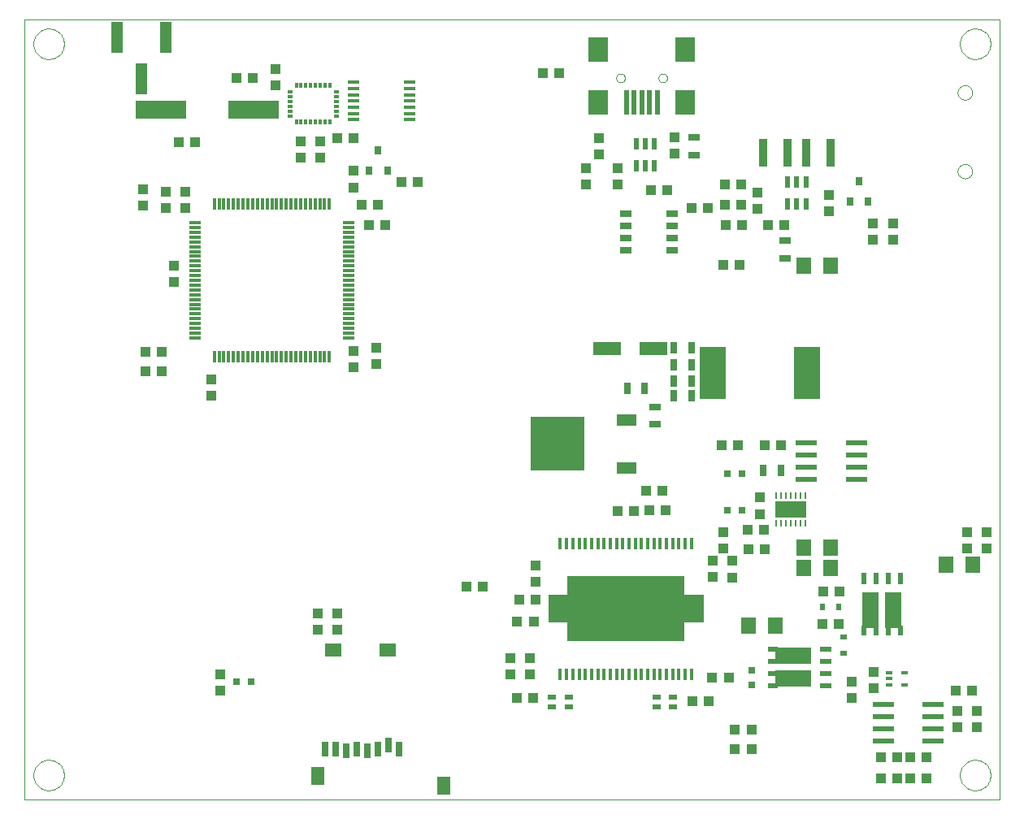
<source format=gtp>
G75*
G70*
%OFA0B0*%
%FSLAX24Y24*%
%IPPOS*%
%LPD*%
%AMOC8*
5,1,8,0,0,1.08239X$1,22.5*
%
%ADD10C,0.0000*%
%ADD11R,0.0472X0.0118*%
%ADD12R,0.0118X0.0472*%
%ADD13R,0.0470X0.1300*%
%ADD14R,0.0118X0.0512*%
%ADD15R,0.4803X0.2697*%
%ADD16R,0.0787X0.1142*%
%ADD17R,0.0433X0.0394*%
%ADD18R,0.0394X0.0433*%
%ADD19R,0.0197X0.0984*%
%ADD20R,0.0787X0.0984*%
%ADD21R,0.0236X0.0472*%
%ADD22R,0.0354X0.1181*%
%ADD23R,0.0472X0.0315*%
%ADD24R,0.0866X0.0236*%
%ADD25R,0.0315X0.0354*%
%ADD26R,0.0315X0.0315*%
%ADD27R,0.0098X0.0276*%
%ADD28R,0.1299X0.0669*%
%ADD29R,0.1102X0.2126*%
%ADD30R,0.0315X0.0472*%
%ADD31R,0.0630X0.0709*%
%ADD32R,0.0295X0.0157*%
%ADD33R,0.0270X0.0130*%
%ADD34R,0.0500X0.0240*%
%ADD35R,0.0400X0.0240*%
%ADD36R,0.1500X0.0650*%
%ADD37R,0.0240X0.0500*%
%ADD38R,0.0240X0.0400*%
%ADD39R,0.0650X0.1500*%
%ADD40R,0.0236X0.0315*%
%ADD41R,0.0315X0.0236*%
%ADD42R,0.0335X0.0197*%
%ADD43R,0.0870X0.0240*%
%ADD44R,0.0709X0.0551*%
%ADD45R,0.0551X0.0748*%
%ADD46R,0.0315X0.0591*%
%ADD47R,0.1181X0.0551*%
%ADD48R,0.0197X0.0118*%
%ADD49R,0.0118X0.0197*%
%ADD50R,0.0500X0.0250*%
%ADD51R,0.0496X0.0142*%
%ADD52R,0.2100X0.0760*%
%ADD53R,0.0787X0.0472*%
%ADD54R,0.2205X0.2205*%
D10*
X000247Y001996D02*
X000247Y033996D01*
X040247Y033996D01*
X040247Y001996D01*
X000247Y001996D01*
X000622Y002996D02*
X000624Y003046D01*
X000630Y003095D01*
X000640Y003144D01*
X000653Y003191D01*
X000671Y003238D01*
X000692Y003283D01*
X000716Y003326D01*
X000744Y003367D01*
X000775Y003406D01*
X000809Y003442D01*
X000846Y003476D01*
X000886Y003506D01*
X000927Y003533D01*
X000971Y003557D01*
X001016Y003577D01*
X001063Y003593D01*
X001111Y003606D01*
X001160Y003615D01*
X001210Y003620D01*
X001259Y003621D01*
X001309Y003618D01*
X001358Y003611D01*
X001407Y003600D01*
X001454Y003586D01*
X001500Y003567D01*
X001545Y003545D01*
X001588Y003520D01*
X001628Y003491D01*
X001666Y003459D01*
X001702Y003425D01*
X001735Y003387D01*
X001764Y003347D01*
X001790Y003305D01*
X001813Y003261D01*
X001832Y003215D01*
X001848Y003168D01*
X001860Y003119D01*
X001868Y003070D01*
X001872Y003021D01*
X001872Y002971D01*
X001868Y002922D01*
X001860Y002873D01*
X001848Y002824D01*
X001832Y002777D01*
X001813Y002731D01*
X001790Y002687D01*
X001764Y002645D01*
X001735Y002605D01*
X001702Y002567D01*
X001666Y002533D01*
X001628Y002501D01*
X001588Y002472D01*
X001545Y002447D01*
X001500Y002425D01*
X001454Y002406D01*
X001407Y002392D01*
X001358Y002381D01*
X001309Y002374D01*
X001259Y002371D01*
X001210Y002372D01*
X001160Y002377D01*
X001111Y002386D01*
X001063Y002399D01*
X001016Y002415D01*
X000971Y002435D01*
X000927Y002459D01*
X000886Y002486D01*
X000846Y002516D01*
X000809Y002550D01*
X000775Y002586D01*
X000744Y002625D01*
X000716Y002666D01*
X000692Y002709D01*
X000671Y002754D01*
X000653Y002801D01*
X000640Y002848D01*
X000630Y002897D01*
X000624Y002946D01*
X000622Y002996D01*
X024524Y031596D02*
X024526Y031622D01*
X024532Y031648D01*
X024542Y031673D01*
X024555Y031696D01*
X024571Y031716D01*
X024591Y031734D01*
X024613Y031749D01*
X024636Y031761D01*
X024662Y031769D01*
X024688Y031773D01*
X024714Y031773D01*
X024740Y031769D01*
X024766Y031761D01*
X024790Y031749D01*
X024811Y031734D01*
X024831Y031716D01*
X024847Y031696D01*
X024860Y031673D01*
X024870Y031648D01*
X024876Y031622D01*
X024878Y031596D01*
X024876Y031570D01*
X024870Y031544D01*
X024860Y031519D01*
X024847Y031496D01*
X024831Y031476D01*
X024811Y031458D01*
X024789Y031443D01*
X024766Y031431D01*
X024740Y031423D01*
X024714Y031419D01*
X024688Y031419D01*
X024662Y031423D01*
X024636Y031431D01*
X024612Y031443D01*
X024591Y031458D01*
X024571Y031476D01*
X024555Y031496D01*
X024542Y031519D01*
X024532Y031544D01*
X024526Y031570D01*
X024524Y031596D01*
X026256Y031596D02*
X026258Y031622D01*
X026264Y031648D01*
X026274Y031673D01*
X026287Y031696D01*
X026303Y031716D01*
X026323Y031734D01*
X026345Y031749D01*
X026368Y031761D01*
X026394Y031769D01*
X026420Y031773D01*
X026446Y031773D01*
X026472Y031769D01*
X026498Y031761D01*
X026522Y031749D01*
X026543Y031734D01*
X026563Y031716D01*
X026579Y031696D01*
X026592Y031673D01*
X026602Y031648D01*
X026608Y031622D01*
X026610Y031596D01*
X026608Y031570D01*
X026602Y031544D01*
X026592Y031519D01*
X026579Y031496D01*
X026563Y031476D01*
X026543Y031458D01*
X026521Y031443D01*
X026498Y031431D01*
X026472Y031423D01*
X026446Y031419D01*
X026420Y031419D01*
X026394Y031423D01*
X026368Y031431D01*
X026344Y031443D01*
X026323Y031458D01*
X026303Y031476D01*
X026287Y031496D01*
X026274Y031519D01*
X026264Y031544D01*
X026258Y031570D01*
X026256Y031596D01*
X038528Y031000D02*
X038530Y031034D01*
X038536Y031068D01*
X038546Y031101D01*
X038559Y031132D01*
X038577Y031162D01*
X038597Y031190D01*
X038621Y031215D01*
X038647Y031237D01*
X038675Y031255D01*
X038706Y031271D01*
X038738Y031283D01*
X038772Y031291D01*
X038806Y031295D01*
X038840Y031295D01*
X038874Y031291D01*
X038908Y031283D01*
X038940Y031271D01*
X038970Y031255D01*
X038999Y031237D01*
X039025Y031215D01*
X039049Y031190D01*
X039069Y031162D01*
X039087Y031132D01*
X039100Y031101D01*
X039110Y031068D01*
X039116Y031034D01*
X039118Y031000D01*
X039116Y030966D01*
X039110Y030932D01*
X039100Y030899D01*
X039087Y030868D01*
X039069Y030838D01*
X039049Y030810D01*
X039025Y030785D01*
X038999Y030763D01*
X038971Y030745D01*
X038940Y030729D01*
X038908Y030717D01*
X038874Y030709D01*
X038840Y030705D01*
X038806Y030705D01*
X038772Y030709D01*
X038738Y030717D01*
X038706Y030729D01*
X038675Y030745D01*
X038647Y030763D01*
X038621Y030785D01*
X038597Y030810D01*
X038577Y030838D01*
X038559Y030868D01*
X038546Y030899D01*
X038536Y030932D01*
X038530Y030966D01*
X038528Y031000D01*
X038622Y032996D02*
X038624Y033046D01*
X038630Y033095D01*
X038640Y033144D01*
X038653Y033191D01*
X038671Y033238D01*
X038692Y033283D01*
X038716Y033326D01*
X038744Y033367D01*
X038775Y033406D01*
X038809Y033442D01*
X038846Y033476D01*
X038886Y033506D01*
X038927Y033533D01*
X038971Y033557D01*
X039016Y033577D01*
X039063Y033593D01*
X039111Y033606D01*
X039160Y033615D01*
X039210Y033620D01*
X039259Y033621D01*
X039309Y033618D01*
X039358Y033611D01*
X039407Y033600D01*
X039454Y033586D01*
X039500Y033567D01*
X039545Y033545D01*
X039588Y033520D01*
X039628Y033491D01*
X039666Y033459D01*
X039702Y033425D01*
X039735Y033387D01*
X039764Y033347D01*
X039790Y033305D01*
X039813Y033261D01*
X039832Y033215D01*
X039848Y033168D01*
X039860Y033119D01*
X039868Y033070D01*
X039872Y033021D01*
X039872Y032971D01*
X039868Y032922D01*
X039860Y032873D01*
X039848Y032824D01*
X039832Y032777D01*
X039813Y032731D01*
X039790Y032687D01*
X039764Y032645D01*
X039735Y032605D01*
X039702Y032567D01*
X039666Y032533D01*
X039628Y032501D01*
X039588Y032472D01*
X039545Y032447D01*
X039500Y032425D01*
X039454Y032406D01*
X039407Y032392D01*
X039358Y032381D01*
X039309Y032374D01*
X039259Y032371D01*
X039210Y032372D01*
X039160Y032377D01*
X039111Y032386D01*
X039063Y032399D01*
X039016Y032415D01*
X038971Y032435D01*
X038927Y032459D01*
X038886Y032486D01*
X038846Y032516D01*
X038809Y032550D01*
X038775Y032586D01*
X038744Y032625D01*
X038716Y032666D01*
X038692Y032709D01*
X038671Y032754D01*
X038653Y032801D01*
X038640Y032848D01*
X038630Y032897D01*
X038624Y032946D01*
X038622Y032996D01*
X038528Y027771D02*
X038530Y027805D01*
X038536Y027839D01*
X038546Y027872D01*
X038559Y027903D01*
X038577Y027933D01*
X038597Y027961D01*
X038621Y027986D01*
X038647Y028008D01*
X038675Y028026D01*
X038706Y028042D01*
X038738Y028054D01*
X038772Y028062D01*
X038806Y028066D01*
X038840Y028066D01*
X038874Y028062D01*
X038908Y028054D01*
X038940Y028042D01*
X038970Y028026D01*
X038999Y028008D01*
X039025Y027986D01*
X039049Y027961D01*
X039069Y027933D01*
X039087Y027903D01*
X039100Y027872D01*
X039110Y027839D01*
X039116Y027805D01*
X039118Y027771D01*
X039116Y027737D01*
X039110Y027703D01*
X039100Y027670D01*
X039087Y027639D01*
X039069Y027609D01*
X039049Y027581D01*
X039025Y027556D01*
X038999Y027534D01*
X038971Y027516D01*
X038940Y027500D01*
X038908Y027488D01*
X038874Y027480D01*
X038840Y027476D01*
X038806Y027476D01*
X038772Y027480D01*
X038738Y027488D01*
X038706Y027500D01*
X038675Y027516D01*
X038647Y027534D01*
X038621Y027556D01*
X038597Y027581D01*
X038577Y027609D01*
X038559Y027639D01*
X038546Y027670D01*
X038536Y027703D01*
X038530Y027737D01*
X038528Y027771D01*
X038622Y002996D02*
X038624Y003046D01*
X038630Y003095D01*
X038640Y003144D01*
X038653Y003191D01*
X038671Y003238D01*
X038692Y003283D01*
X038716Y003326D01*
X038744Y003367D01*
X038775Y003406D01*
X038809Y003442D01*
X038846Y003476D01*
X038886Y003506D01*
X038927Y003533D01*
X038971Y003557D01*
X039016Y003577D01*
X039063Y003593D01*
X039111Y003606D01*
X039160Y003615D01*
X039210Y003620D01*
X039259Y003621D01*
X039309Y003618D01*
X039358Y003611D01*
X039407Y003600D01*
X039454Y003586D01*
X039500Y003567D01*
X039545Y003545D01*
X039588Y003520D01*
X039628Y003491D01*
X039666Y003459D01*
X039702Y003425D01*
X039735Y003387D01*
X039764Y003347D01*
X039790Y003305D01*
X039813Y003261D01*
X039832Y003215D01*
X039848Y003168D01*
X039860Y003119D01*
X039868Y003070D01*
X039872Y003021D01*
X039872Y002971D01*
X039868Y002922D01*
X039860Y002873D01*
X039848Y002824D01*
X039832Y002777D01*
X039813Y002731D01*
X039790Y002687D01*
X039764Y002645D01*
X039735Y002605D01*
X039702Y002567D01*
X039666Y002533D01*
X039628Y002501D01*
X039588Y002472D01*
X039545Y002447D01*
X039500Y002425D01*
X039454Y002406D01*
X039407Y002392D01*
X039358Y002381D01*
X039309Y002374D01*
X039259Y002371D01*
X039210Y002372D01*
X039160Y002377D01*
X039111Y002386D01*
X039063Y002399D01*
X039016Y002415D01*
X038971Y002435D01*
X038927Y002459D01*
X038886Y002486D01*
X038846Y002516D01*
X038809Y002550D01*
X038775Y002586D01*
X038744Y002625D01*
X038716Y002666D01*
X038692Y002709D01*
X038671Y002754D01*
X038653Y002801D01*
X038640Y002848D01*
X038630Y002897D01*
X038624Y002946D01*
X038622Y002996D01*
X000622Y032996D02*
X000624Y033046D01*
X000630Y033095D01*
X000640Y033144D01*
X000653Y033191D01*
X000671Y033238D01*
X000692Y033283D01*
X000716Y033326D01*
X000744Y033367D01*
X000775Y033406D01*
X000809Y033442D01*
X000846Y033476D01*
X000886Y033506D01*
X000927Y033533D01*
X000971Y033557D01*
X001016Y033577D01*
X001063Y033593D01*
X001111Y033606D01*
X001160Y033615D01*
X001210Y033620D01*
X001259Y033621D01*
X001309Y033618D01*
X001358Y033611D01*
X001407Y033600D01*
X001454Y033586D01*
X001500Y033567D01*
X001545Y033545D01*
X001588Y033520D01*
X001628Y033491D01*
X001666Y033459D01*
X001702Y033425D01*
X001735Y033387D01*
X001764Y033347D01*
X001790Y033305D01*
X001813Y033261D01*
X001832Y033215D01*
X001848Y033168D01*
X001860Y033119D01*
X001868Y033070D01*
X001872Y033021D01*
X001872Y032971D01*
X001868Y032922D01*
X001860Y032873D01*
X001848Y032824D01*
X001832Y032777D01*
X001813Y032731D01*
X001790Y032687D01*
X001764Y032645D01*
X001735Y032605D01*
X001702Y032567D01*
X001666Y032533D01*
X001628Y032501D01*
X001588Y032472D01*
X001545Y032447D01*
X001500Y032425D01*
X001454Y032406D01*
X001407Y032392D01*
X001358Y032381D01*
X001309Y032374D01*
X001259Y032371D01*
X001210Y032372D01*
X001160Y032377D01*
X001111Y032386D01*
X001063Y032399D01*
X001016Y032415D01*
X000971Y032435D01*
X000927Y032459D01*
X000886Y032486D01*
X000846Y032516D01*
X000809Y032550D01*
X000775Y032586D01*
X000744Y032625D01*
X000716Y032666D01*
X000692Y032709D01*
X000671Y032754D01*
X000653Y032801D01*
X000640Y032848D01*
X000630Y032897D01*
X000624Y032946D01*
X000622Y032996D01*
D11*
X007247Y025658D03*
X007247Y025461D03*
X007247Y025264D03*
X007247Y025067D03*
X007247Y024870D03*
X007247Y024674D03*
X007247Y024477D03*
X007247Y024280D03*
X007247Y024083D03*
X007247Y023886D03*
X007247Y023689D03*
X007247Y023492D03*
X007247Y023296D03*
X007247Y023099D03*
X007247Y022902D03*
X007247Y022705D03*
X007247Y022508D03*
X007247Y022311D03*
X007247Y022115D03*
X007247Y021918D03*
X007247Y021721D03*
X007247Y021524D03*
X007247Y021327D03*
X007247Y021130D03*
X007247Y020933D03*
X013547Y020933D03*
X013547Y021130D03*
X013547Y021327D03*
X013547Y021524D03*
X013547Y021721D03*
X013547Y021918D03*
X013547Y022115D03*
X013547Y022311D03*
X013547Y022508D03*
X013547Y022705D03*
X013547Y022902D03*
X013547Y023099D03*
X013547Y023296D03*
X013547Y023492D03*
X013547Y023689D03*
X013547Y023886D03*
X013547Y024083D03*
X013547Y024280D03*
X013547Y024477D03*
X013547Y024674D03*
X013547Y024870D03*
X013547Y025067D03*
X013547Y025264D03*
X013547Y025461D03*
X013547Y025658D03*
D12*
X012759Y026445D03*
X012562Y026445D03*
X012366Y026445D03*
X012169Y026445D03*
X011972Y026445D03*
X011775Y026445D03*
X011578Y026445D03*
X011381Y026445D03*
X011184Y026445D03*
X010988Y026445D03*
X010791Y026445D03*
X010594Y026445D03*
X010397Y026445D03*
X010200Y026445D03*
X010003Y026445D03*
X009806Y026445D03*
X009610Y026445D03*
X009413Y026445D03*
X009216Y026445D03*
X009019Y026445D03*
X008822Y026445D03*
X008625Y026445D03*
X008428Y026445D03*
X008232Y026445D03*
X008035Y026445D03*
X008035Y020146D03*
X008232Y020146D03*
X008428Y020146D03*
X008625Y020146D03*
X008822Y020146D03*
X009019Y020146D03*
X009216Y020146D03*
X009413Y020146D03*
X009610Y020146D03*
X009806Y020146D03*
X010003Y020146D03*
X010200Y020146D03*
X010397Y020146D03*
X010594Y020146D03*
X010791Y020146D03*
X010988Y020146D03*
X011184Y020146D03*
X011381Y020146D03*
X011578Y020146D03*
X011775Y020146D03*
X011972Y020146D03*
X012169Y020146D03*
X012366Y020146D03*
X012562Y020146D03*
X012759Y020146D03*
D13*
X005058Y031546D03*
X004058Y033246D03*
X006058Y033246D03*
D14*
X022230Y012493D03*
X022486Y012493D03*
X022742Y012493D03*
X022998Y012493D03*
X023254Y012493D03*
X023510Y012493D03*
X023766Y012493D03*
X024021Y012493D03*
X024277Y012493D03*
X024533Y012493D03*
X024789Y012493D03*
X025045Y012493D03*
X025301Y012493D03*
X025557Y012493D03*
X025813Y012493D03*
X026069Y012493D03*
X026325Y012493D03*
X026581Y012493D03*
X026836Y012493D03*
X027092Y012493D03*
X027348Y012493D03*
X027604Y012493D03*
X027604Y007119D03*
X027348Y007119D03*
X027092Y007119D03*
X026836Y007119D03*
X026581Y007119D03*
X026325Y007119D03*
X026069Y007119D03*
X025813Y007119D03*
X025557Y007119D03*
X025301Y007119D03*
X025045Y007119D03*
X024789Y007119D03*
X024533Y007119D03*
X024277Y007119D03*
X024021Y007119D03*
X023766Y007119D03*
X023510Y007119D03*
X023254Y007119D03*
X022998Y007119D03*
X022742Y007119D03*
X022486Y007119D03*
X022230Y007119D03*
D15*
X024927Y009816D03*
D16*
X022132Y009816D03*
X027722Y009816D03*
D17*
X029948Y012247D03*
X030618Y012247D03*
X030579Y013046D03*
X029909Y013046D03*
X026563Y013851D03*
X025893Y013851D03*
X025244Y013842D03*
X024574Y013842D03*
X025755Y014650D03*
X026425Y014650D03*
X028839Y016545D03*
X029509Y016545D03*
X030622Y016516D03*
X031292Y016516D03*
X033012Y010536D03*
X033682Y010536D03*
X033642Y009206D03*
X032972Y009206D03*
X029132Y006986D03*
X028462Y006986D03*
X028302Y006036D03*
X027632Y006036D03*
X029396Y004868D03*
X030066Y004868D03*
X030064Y004052D03*
X029394Y004052D03*
X035384Y003734D03*
X036054Y003734D03*
X036572Y003736D03*
X037242Y003736D03*
X037242Y002856D03*
X036572Y002856D03*
X036054Y002855D03*
X035384Y002855D03*
X038452Y006476D03*
X039122Y006476D03*
X021102Y006146D03*
X020432Y006146D03*
X020462Y009286D03*
X021132Y009286D03*
X021212Y010186D03*
X020542Y010186D03*
X019061Y010734D03*
X018391Y010734D03*
X005896Y019572D03*
X005226Y019572D03*
X005225Y020374D03*
X005895Y020374D03*
X014068Y026389D03*
X014738Y026389D03*
X015712Y027336D03*
X016382Y027336D03*
X015063Y025547D03*
X014393Y025547D03*
X013751Y029129D03*
X013081Y029129D03*
X009626Y031588D03*
X008956Y031588D03*
X007261Y028956D03*
X006591Y028956D03*
X021520Y031802D03*
X022190Y031802D03*
X025932Y027000D03*
X026602Y027000D03*
X027608Y026257D03*
X028278Y026257D03*
X028992Y026396D03*
X029662Y026396D03*
X029652Y027236D03*
X028982Y027236D03*
X029002Y025546D03*
X029672Y025546D03*
X030758Y025569D03*
X031428Y025569D03*
X029586Y023927D03*
X028916Y023927D03*
D18*
X030323Y026233D03*
X030323Y026902D03*
X033261Y026801D03*
X033261Y026132D03*
X035057Y025640D03*
X035057Y024971D03*
X035867Y024951D03*
X035867Y025620D03*
X026917Y028481D03*
X026917Y029150D03*
X024576Y027900D03*
X024576Y027231D03*
X023264Y027230D03*
X023264Y027899D03*
X023797Y028461D03*
X023797Y029130D03*
X013757Y027780D03*
X013757Y027111D03*
X012382Y028319D03*
X012382Y028988D03*
X011574Y028986D03*
X011574Y028317D03*
X010547Y031283D03*
X010547Y031952D03*
X005120Y027033D03*
X005120Y026364D03*
X006044Y026255D03*
X006044Y026924D03*
X006863Y026923D03*
X006863Y026254D03*
X006379Y023901D03*
X006379Y023232D03*
X007919Y019245D03*
X007919Y018576D03*
X013736Y019732D03*
X013736Y020401D03*
X014664Y020523D03*
X014664Y019854D03*
X021207Y011600D03*
X021207Y010931D03*
X020969Y007784D03*
X020969Y007115D03*
X020167Y007115D03*
X020167Y007784D03*
X013074Y008965D03*
X013074Y009634D03*
X012268Y009637D03*
X012268Y008968D03*
X008278Y007120D03*
X008278Y006451D03*
X028467Y011121D03*
X028467Y011790D03*
X028912Y012303D03*
X029267Y011780D03*
X029267Y011111D03*
X028912Y012972D03*
X030417Y013711D03*
X030417Y014380D03*
X035077Y007230D03*
X035077Y006561D03*
X034187Y006840D03*
X034187Y006171D03*
X038517Y005630D03*
X038517Y004961D03*
X039327Y004971D03*
X039327Y005640D03*
X039712Y012281D03*
X039712Y012950D03*
X038917Y012950D03*
X038917Y012281D03*
D19*
X026197Y030611D03*
X025882Y030611D03*
X025567Y030611D03*
X025252Y030611D03*
X024937Y030611D03*
D20*
X023795Y030611D03*
X023795Y032777D03*
X027339Y032777D03*
X027339Y030611D03*
D21*
X026091Y028889D03*
X025717Y028889D03*
X025343Y028889D03*
X025343Y027983D03*
X025717Y027983D03*
X026091Y027983D03*
X031556Y027319D03*
X031930Y027319D03*
X032304Y027319D03*
X032304Y026413D03*
X031930Y026413D03*
X031556Y026413D03*
D22*
X031533Y028537D03*
X032321Y028537D03*
X033305Y028537D03*
X030549Y028537D03*
D23*
X027697Y028441D03*
X027697Y029150D03*
X031444Y024916D03*
X031444Y024207D03*
X026117Y018100D03*
X026117Y017391D03*
D24*
X035467Y005895D03*
X035467Y005395D03*
X035467Y004895D03*
X035467Y004395D03*
X037515Y004395D03*
X037515Y004895D03*
X037515Y005395D03*
X037515Y005895D03*
D25*
X034861Y026542D03*
X034113Y026542D03*
X034487Y027369D03*
X015131Y027802D03*
X014383Y027802D03*
X014757Y028629D03*
D26*
X029082Y015346D03*
X029672Y015346D03*
X029672Y013846D03*
X029082Y013846D03*
X030083Y007292D03*
X030083Y006701D03*
X009546Y006813D03*
X008956Y006813D03*
D27*
X031086Y013335D03*
X031283Y013335D03*
X031480Y013335D03*
X031677Y013335D03*
X031874Y013335D03*
X032071Y013335D03*
X032268Y013335D03*
X032268Y014476D03*
X032071Y014476D03*
X031874Y014476D03*
X031677Y014476D03*
X031480Y014476D03*
X031283Y014476D03*
X031086Y014476D03*
D28*
X031677Y013906D03*
D29*
X032347Y019496D03*
X028489Y019496D03*
D30*
X027601Y019816D03*
X027601Y019166D03*
X027601Y018546D03*
X026893Y018546D03*
X026893Y019166D03*
X026893Y019816D03*
X026893Y020526D03*
X027601Y020526D03*
X025694Y018848D03*
X024986Y018848D03*
X030563Y015486D03*
X031271Y015486D03*
D31*
X032206Y012326D03*
X032206Y011486D03*
X033308Y011486D03*
X033308Y012326D03*
X031048Y009136D03*
X029946Y009136D03*
X038056Y011616D03*
X039158Y011616D03*
X033321Y023894D03*
X032219Y023894D03*
D32*
X036362Y007202D03*
X036362Y006690D03*
D33*
X035712Y006681D03*
X035712Y006946D03*
X035712Y007211D03*
D34*
X033097Y007176D03*
X033097Y006676D03*
X033097Y007676D03*
X033097Y008176D03*
D35*
X030947Y008176D03*
X030947Y007676D03*
X030947Y007176D03*
X030947Y006676D03*
D36*
X031777Y006971D03*
X031777Y007881D03*
D37*
X034667Y011066D03*
X035167Y011066D03*
X035667Y011066D03*
X036167Y011066D03*
D38*
X036167Y008916D03*
X035667Y008916D03*
X035167Y008916D03*
X034667Y008916D03*
D39*
X034962Y009746D03*
X035872Y009746D03*
D40*
X033647Y009906D03*
X032978Y009906D03*
D41*
X033847Y008675D03*
X033847Y008006D03*
D42*
X026861Y006192D03*
X026861Y005799D03*
X026173Y005799D03*
X026173Y006192D03*
X022581Y006192D03*
X021893Y006192D03*
X021893Y005799D03*
X022581Y005799D03*
D43*
X032327Y015116D03*
X032327Y015616D03*
X032327Y016116D03*
X032327Y016616D03*
X034387Y016616D03*
X034387Y016116D03*
X034387Y015616D03*
X034387Y015116D03*
D44*
X015145Y008132D03*
X012901Y008132D03*
D45*
X012271Y002955D03*
X017448Y002561D03*
D46*
X015614Y004077D03*
X015181Y004234D03*
X014748Y004077D03*
X014314Y003998D03*
X013881Y004077D03*
X013448Y003998D03*
X013015Y004077D03*
X012582Y004077D03*
D47*
X024146Y020508D03*
X026036Y020508D03*
D48*
X013031Y030039D03*
X013031Y030236D03*
X013031Y030433D03*
X013031Y030630D03*
X013031Y030827D03*
X013031Y031024D03*
X011141Y031024D03*
X011141Y030827D03*
X011141Y030630D03*
X011141Y030433D03*
X011141Y030236D03*
X011141Y030039D03*
D49*
X011397Y029784D03*
X011594Y029784D03*
X011791Y029784D03*
X011988Y029784D03*
X012184Y029784D03*
X012381Y029784D03*
X012578Y029784D03*
X012775Y029784D03*
X012775Y031280D03*
X012578Y031280D03*
X012381Y031280D03*
X012184Y031280D03*
X011988Y031280D03*
X011791Y031280D03*
X011594Y031280D03*
X011397Y031280D03*
D50*
X024922Y026035D03*
X024922Y025535D03*
X024922Y025035D03*
X024922Y024535D03*
X026822Y024535D03*
X026822Y025035D03*
X026822Y025535D03*
X026822Y026035D03*
D51*
X016044Y029882D03*
X016044Y030138D03*
X016044Y030394D03*
X016044Y030650D03*
X016044Y030906D03*
X016044Y031161D03*
X016044Y031417D03*
X013760Y031417D03*
X013760Y031161D03*
X013760Y030906D03*
X013760Y030650D03*
X013760Y030394D03*
X013760Y030138D03*
X013760Y029882D03*
D52*
X009643Y030288D03*
X005843Y030288D03*
D53*
X024939Y017565D03*
X024939Y015596D03*
D54*
X022105Y016581D03*
M02*

</source>
